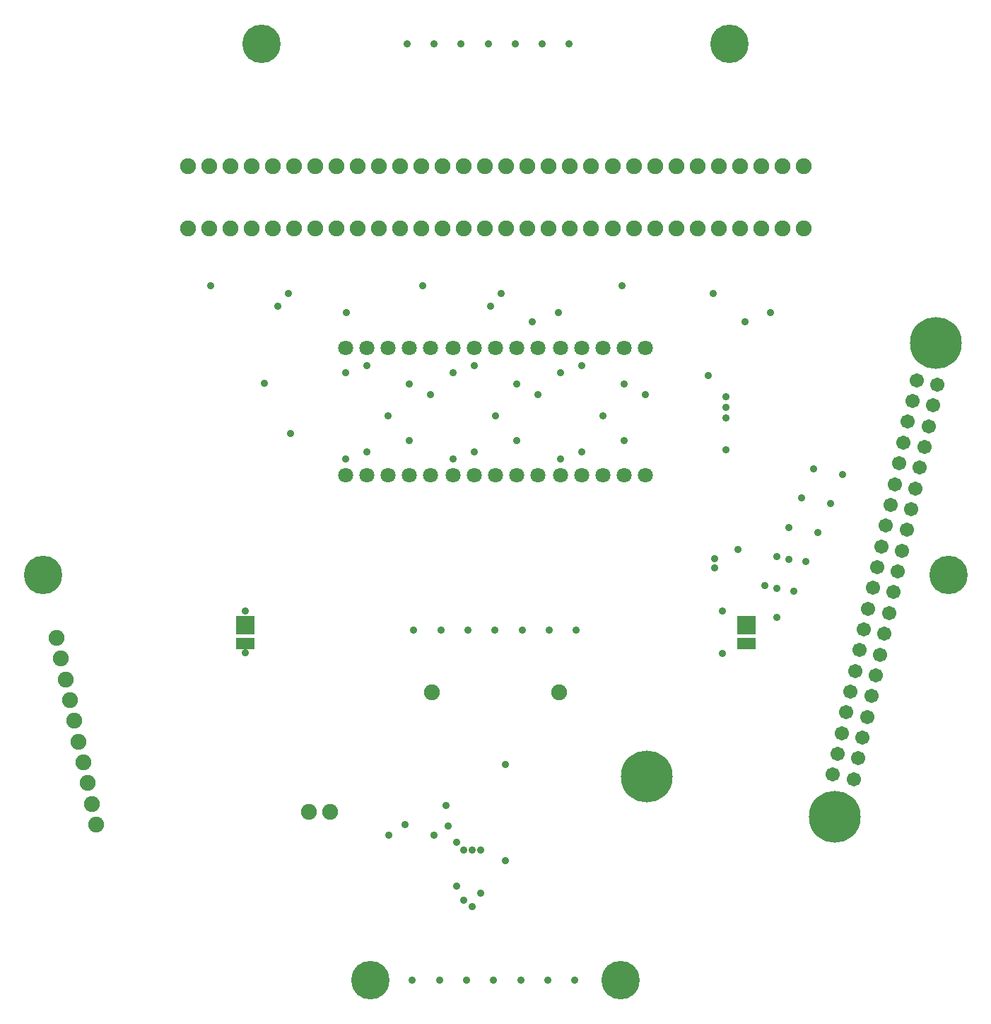
<source format=gts>
G04*
G04 #@! TF.GenerationSoftware,Altium Limited,Altium Designer,18.1.11 (251)*
G04*
G04 Layer_Color=8388736*
%FSLAX25Y25*%
%MOIN*%
G70*
G01*
G75*
%ADD18R,0.09068X0.09068*%
%ADD19R,0.09068X0.05524*%
%ADD20C,0.06706*%
%ADD21C,0.24422*%
%ADD22C,0.07493*%
%ADD23C,0.07099*%
%ADD24C,0.18123*%
%ADD25C,0.03556*%
D18*
X118110Y185039D02*
D03*
X-118110D02*
D03*
D19*
X118110Y176575D02*
D03*
X-118110D02*
D03*
D20*
X198587Y300588D02*
D03*
X196508Y290806D02*
D03*
X194429Y281025D02*
D03*
X192350Y271243D02*
D03*
X190270Y261462D02*
D03*
X188191Y251680D02*
D03*
X186112Y241899D02*
D03*
X184033Y232117D02*
D03*
X181954Y222336D02*
D03*
X179875Y212554D02*
D03*
X177796Y202773D02*
D03*
X175716Y192991D02*
D03*
X173637Y183210D02*
D03*
X171558Y173428D02*
D03*
X169479Y163647D02*
D03*
X167400Y153866D02*
D03*
X165321Y144084D02*
D03*
X163242Y134302D02*
D03*
X161163Y124521D02*
D03*
X208368Y298509D02*
D03*
X206289Y288727D02*
D03*
X204210Y278946D02*
D03*
X202131Y269164D02*
D03*
X200052Y259383D02*
D03*
X197973Y249601D02*
D03*
X195894Y239820D02*
D03*
X193815Y230038D02*
D03*
X191735Y220257D02*
D03*
X189656Y210475D02*
D03*
X187577Y200694D02*
D03*
X185498Y190912D02*
D03*
X183419Y181131D02*
D03*
X181340Y171349D02*
D03*
X179261Y161568D02*
D03*
X177181Y151786D02*
D03*
X175102Y142005D02*
D03*
X173023Y132223D02*
D03*
X170944Y122442D02*
D03*
X168865Y112661D02*
D03*
X159084Y114740D02*
D03*
D21*
X159988Y94946D02*
D03*
X71416Y113772D02*
D03*
X207464Y318302D02*
D03*
D22*
X-88150Y97244D02*
D03*
X-78150D02*
D03*
X-188277Y91199D02*
D03*
X-190356Y100981D02*
D03*
X-192435Y110762D02*
D03*
X-194514Y120544D02*
D03*
X-196593Y130325D02*
D03*
X-198672Y140106D02*
D03*
X-200751Y149888D02*
D03*
X-202830Y159669D02*
D03*
X-204910Y169451D02*
D03*
X-206989Y179232D02*
D03*
X145118Y372047D02*
D03*
X135118D02*
D03*
X125118D02*
D03*
X115118D02*
D03*
X105118D02*
D03*
X95118D02*
D03*
X85118D02*
D03*
X75118D02*
D03*
X65118D02*
D03*
X55118D02*
D03*
Y401575D02*
D03*
X65118D02*
D03*
X75118D02*
D03*
X85118D02*
D03*
X95118D02*
D03*
X105118D02*
D03*
X115118D02*
D03*
X125118D02*
D03*
X135118D02*
D03*
X145118D02*
D03*
X45000Y372047D02*
D03*
X35000D02*
D03*
X25000D02*
D03*
X15000D02*
D03*
X5000D02*
D03*
X-5000D02*
D03*
X-15000D02*
D03*
X-25000D02*
D03*
X-35000D02*
D03*
X-45000D02*
D03*
Y401575D02*
D03*
X-35000D02*
D03*
X-25000D02*
D03*
X-15000D02*
D03*
X-5000D02*
D03*
X5000D02*
D03*
X15000D02*
D03*
X25000D02*
D03*
X35000D02*
D03*
X45000D02*
D03*
X-55118Y372047D02*
D03*
X-65118D02*
D03*
X-75118D02*
D03*
X-85118D02*
D03*
X-95118D02*
D03*
X-105118D02*
D03*
X-115118D02*
D03*
X-125118D02*
D03*
X-135118D02*
D03*
X-145118D02*
D03*
Y401575D02*
D03*
X-135118D02*
D03*
X-125118D02*
D03*
X-115118D02*
D03*
X-105118D02*
D03*
X-95118D02*
D03*
X-85118D02*
D03*
X-75118D02*
D03*
X-65118D02*
D03*
X-55118D02*
D03*
X-29921Y153543D02*
D03*
X29921D02*
D03*
D23*
X30630Y315906D02*
D03*
X40630D02*
D03*
X50630D02*
D03*
X60630D02*
D03*
X70630D02*
D03*
Y255906D02*
D03*
X60630D02*
D03*
X50630D02*
D03*
X40630D02*
D03*
X30630D02*
D03*
X-20000Y315905D02*
D03*
X-10000D02*
D03*
X0D02*
D03*
X10000D02*
D03*
X20000D02*
D03*
Y255906D02*
D03*
X10000D02*
D03*
X0D02*
D03*
X-10000D02*
D03*
X-20000D02*
D03*
X-70630Y315906D02*
D03*
X-60630D02*
D03*
X-50630D02*
D03*
X-40630D02*
D03*
X-30630D02*
D03*
Y255906D02*
D03*
X-40630D02*
D03*
X-50630D02*
D03*
X-60630D02*
D03*
X-70630D02*
D03*
D24*
X110393Y459265D02*
D03*
X59055Y17740D02*
D03*
X-213541Y208935D02*
D03*
X-110393Y459265D02*
D03*
X-59055Y17740D02*
D03*
X213541Y208935D02*
D03*
D25*
X-38583Y182874D02*
D03*
X-25820D02*
D03*
X-13058D02*
D03*
X-295D02*
D03*
X12467D02*
D03*
X25230D02*
D03*
X37992D02*
D03*
X-41831Y459265D02*
D03*
X-29068D02*
D03*
X-16306D02*
D03*
X-3543D02*
D03*
X9219D02*
D03*
X21982D02*
D03*
X34744D02*
D03*
X37303Y17740D02*
D03*
X24541D02*
D03*
X11778D02*
D03*
X-984D02*
D03*
X-13747D02*
D03*
X-26509D02*
D03*
X-39272D02*
D03*
X-23524Y100098D02*
D03*
X-22441Y90453D02*
D03*
X-28997Y86201D02*
D03*
X-50454D02*
D03*
X-42854Y91201D02*
D03*
X103115Y212303D02*
D03*
X114235Y220866D02*
D03*
X103115Y216535D02*
D03*
X132578Y188808D02*
D03*
X132554Y202547D02*
D03*
X138337Y216249D02*
D03*
X108563Y287796D02*
D03*
Y292796D02*
D03*
X100223Y302796D02*
D03*
X102579Y341610D02*
D03*
X-2500Y335630D02*
D03*
X-34408Y345079D02*
D03*
X59469D02*
D03*
X129644Y332479D02*
D03*
X29566Y332440D02*
D03*
X-70552Y332480D02*
D03*
X-134507Y345079D02*
D03*
X-20000Y263385D02*
D03*
X126772Y203847D02*
D03*
X132554Y217610D02*
D03*
X138337Y231288D02*
D03*
X144119Y245051D02*
D03*
X149902Y258802D02*
D03*
X163582Y256300D02*
D03*
X157800Y242562D02*
D03*
X152017Y228824D02*
D03*
X146235Y215085D02*
D03*
X140453Y201347D02*
D03*
X-118110Y191968D02*
D03*
Y172107D02*
D03*
X-96653Y275611D02*
D03*
X-109015Y299212D02*
D03*
X106791Y171811D02*
D03*
Y191968D02*
D03*
X4725Y119428D02*
D03*
X4725Y74272D02*
D03*
X-15157Y55610D02*
D03*
X-7185Y58858D02*
D03*
X-18307Y62106D02*
D03*
Y82874D02*
D03*
X-11122Y52362D02*
D03*
X-15157Y79232D02*
D03*
X-7185Y79232D02*
D03*
X-11122D02*
D03*
X2500Y341610D02*
D03*
X-97618D02*
D03*
X117480Y328248D02*
D03*
X-102618Y335630D02*
D03*
X17402Y328209D02*
D03*
X108563Y267796D02*
D03*
Y282796D02*
D03*
X50551Y283760D02*
D03*
X-79Y283760D02*
D03*
X-50709Y283760D02*
D03*
X30630Y304331D02*
D03*
X40630Y307480D02*
D03*
X60630Y298819D02*
D03*
X70630Y293701D02*
D03*
X60630Y272047D02*
D03*
X40630Y266929D02*
D03*
X30630Y263386D02*
D03*
X-20000Y304331D02*
D03*
X-10000Y307480D02*
D03*
X10000Y298819D02*
D03*
X20000Y293701D02*
D03*
X10000Y272047D02*
D03*
X-10000Y266929D02*
D03*
X-70630Y304331D02*
D03*
X-60630Y307481D02*
D03*
X-40630Y298819D02*
D03*
X-30630Y293701D02*
D03*
X-40630Y272047D02*
D03*
X-60630Y266929D02*
D03*
X-70630Y263386D02*
D03*
M02*

</source>
